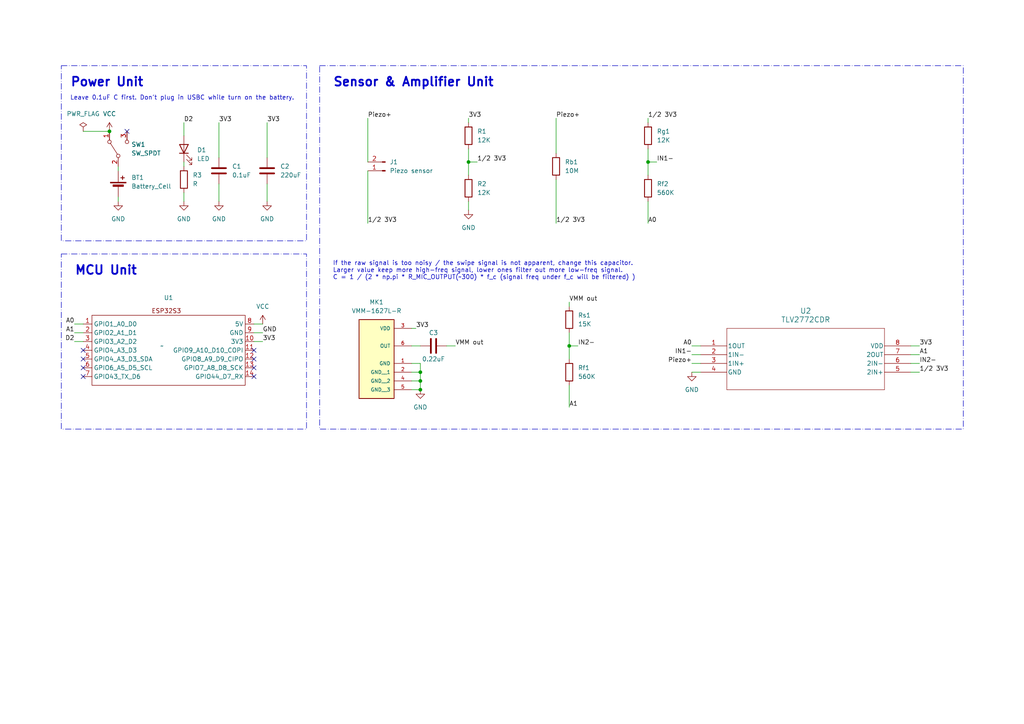
<source format=kicad_sch>
(kicad_sch (version 20230121) (generator eeschema)
  (paper "A4")
  (lib_symbols
    (symbol "Amplifier_Operational:TLV2772CDR" (pin_names (offset 0.254))
      (property "Reference" "U" (at 30.48 10.16 0))
      (property "Value" "TLV2772CDR" (at 30.48 7.62 0))
      (symbol "TLV2772CDR_0_1"
        (polyline (pts (xy 7.62 -12.7) (xy 53.34 -12.7)) (stroke (width 0.127)))
        (polyline (pts (xy 7.62 5.08) (xy 7.62 -12.7)) (stroke (width 0.127)))
        (polyline (pts (xy 53.34 -12.7) (xy 53.34 5.08)) (stroke (width 0.127)))
        (polyline (pts (xy 53.34 5.08) (xy 7.62 5.08)) (stroke (width 0.127)))
        (pin output line (at 0 0 0) (length 7.62) (name "1OUT") (number "1"))
        (pin input line (at 0 -2.54 0) (length 7.62) (name "1IN-") (number "2"))
        (pin input line (at 0 -5.08 0) (length 7.62) (name "1IN+") (number "3"))
        (pin power_in line (at 0 -7.62 0) (length 7.62) (name "GND") (number "4"))
        (pin input line (at 60.96 -7.62 180) (length 7.62) (name "2IN+") (number "5"))
        (pin input line (at 60.96 -5.08 180) (length 7.62) (name "2IN-") (number "6"))
        (pin output line (at 60.96 -2.54 180) (length 7.62) (name "2OUT") (number "7"))
        (pin power_in line (at 60.96 0 180) (length 7.62) (name "VDD") (number "8"))
      )
    )
    (symbol "Connector:Conn_01x02_Pin" (pin_names (offset 1.016) hide)
      (property "Reference" "J" (at 0 2.54 0))
      (property "Value" "Conn_01x02_Pin" (at 0 -5.08 0))
      (symbol "Conn_01x02_Pin_1_1"
        (polyline (pts (xy 1.27 -2.54) (xy 0.8636 -2.54)) (stroke (width 0.1524)))
        (polyline (pts (xy 1.27 0) (xy 0.8636 0)) (stroke (width 0.1524)))
        (rectangle (start 0.8636 -2.413) (end 0 -2.667) (stroke (width 0.1524)) (fill (type outline)))
        (rectangle (start 0.8636 0.127) (end 0 -0.127) (stroke (width 0.1524)) (fill (type outline)))
        (pin passive line (at 5.08 0 180) (length 3.81) (name "Pin_1") (number "1"))
        (pin passive line (at 5.08 -2.54 180) (length 3.81) (name "Pin_2") (number "2"))
      )
    )
    (symbol "Device:Battery_Cell" (pin_numbers hide) (pin_names (offset 0) hide)
      (property "Reference" "BT" (at 2.54 2.54 0))
      (property "Value" "Battery_Cell" (at 2.54 0 0))
      (symbol "Battery_Cell_0_1"
        (rectangle (start -2.286 1.778) (end 2.286 1.524) (fill (type outline)))
        (rectangle (start -1.524 1.016) (end 1.524 0.508) (fill (type outline)))
        (polyline (pts (xy 0 0.762) (xy 0 0)))
        (polyline (pts (xy 0 1.778) (xy 0 2.54)))
        (polyline (pts (xy 0.762 3.048) (xy 1.778 3.048)) (stroke (width 0.254)))
        (polyline (pts (xy 1.27 3.556) (xy 1.27 2.54)) (stroke (width 0.254)))
      )
      (symbol "Battery_Cell_1_1"
        (pin passive line (at 0 5.08 270) (length 2.54) (name "+") (number "1"))
        (pin passive line (at 0 -2.54 90) (length 2.54) (name "-") (number "2"))
      )
    )
    (symbol "Device:C" (pin_numbers hide) (pin_names (offset 0.254))
      (property "Reference" "C" (at 0.635 2.54 0))
      (property "Value" "C" (at 0.635 -2.54 0))
      (symbol "C_0_1"
        (polyline (pts (xy -2.032 -0.762) (xy 2.032 -0.762)) (stroke (width 0.508)))
        (polyline (pts (xy -2.032 0.762) (xy 2.032 0.762)) (stroke (width 0.508)))
      )
      (symbol "C_1_1"
        (pin passive line (at 0 3.81 270) (length 2.794) (name "~") (number "1"))
        (pin passive line (at 0 -3.81 90) (length 2.794) (name "~") (number "2"))
      )
    )
    (symbol "Device:LED" (pin_numbers hide) (pin_names (offset 1.016) hide)
      (property "Reference" "D" (at 0 2.54 0))
      (property "Value" "LED" (at 0 -2.54 0))
      (symbol "LED_0_1"
        (polyline (pts (xy -1.27 -1.27) (xy -1.27 1.27)) (stroke (width 0.254)))
        (polyline (pts (xy -1.27 0) (xy 1.27 0)))
        (polyline (pts (xy 1.27 -1.27) (xy 1.27 1.27) (xy -1.27 0) (xy 1.27 -1.27)) (stroke (width 0.254)))
        (polyline (pts (xy -3.048 -0.762) (xy -4.572 -2.286) (xy -3.81 -2.286) (xy -4.572 -2.286) (xy -4.572 -1.524)))
        (polyline (pts (xy -1.778 -0.762) (xy -3.302 -2.286) (xy -2.54 -2.286) (xy -3.302 -2.286) (xy -3.302 -1.524)))
      )
      (symbol "LED_1_1"
        (pin passive line (at -3.81 0 0) (length 2.54) (name "K") (number "1"))
        (pin passive line (at 3.81 0 180) (length 2.54) (name "A") (number "2"))
      )
    )
    (symbol "Device:R" (pin_numbers hide) (pin_names (offset 0))
      (property "Reference" "R" (at 2.032 0 90))
      (property "Value" "R" (at 0 0 90))
      (symbol "R_0_1"
        (rectangle (start -1.016 -2.54) (end 1.016 2.54) (stroke (width 0.254)))
      )
      (symbol "R_1_1"
        (pin passive line (at 0 3.81 270) (length 1.27) (name "~") (number "1"))
        (pin passive line (at 0 -3.81 90) (length 1.27) (name "~") (number "2"))
      )
    )
    (symbol "Sensor_Audio:VMM-1627L-R" (pin_names (offset 1.016))
      (property "Reference" "MK" (at -5.08 8.382 0))
      (property "Value" "VMM-1627L-R" (at -5.08 -17.78 0))
      (symbol "VMM-1627L-R_0_0"
        (rectangle (start -5.08 -15.24) (end 5.08 7.62) (stroke (width 0.254)) (fill (type background)))
        (pin power_in line (at 10.16 -5.08 180) (length 5.08) (name "GND") (number "1"))
        (pin power_in line (at 10.16 -7.62 180) (length 5.08) (name "GND__1") (number "2"))
        (pin power_in line (at 10.16 5.08 180) (length 5.08) (name "VDD") (number "3"))
        (pin power_in line (at 10.16 -10.16 180) (length 5.08) (name "GND__2") (number "4"))
        (pin power_in line (at 10.16 -12.7 180) (length 5.08) (name "GND__3") (number "5"))
        (pin output line (at 10.16 0 180) (length 5.08) (name "OUT") (number "6"))
      )
    )
    (symbol "Switch:SW_SPDT" (pin_names (offset 0) hide)
      (property "Reference" "SW" (at 0 4.318 0))
      (property "Value" "SW_SPDT" (at 0 -5.08 0))
      (symbol "SW_SPDT_0_0"
        (circle (center -2.032 0) (radius 0.508))
        (circle (center 2.032 -2.54) (radius 0.508))
      )
      (symbol "SW_SPDT_0_1"
        (polyline (pts (xy -1.524 0.254) (xy 1.651 2.286)))
        (circle (center 2.032 2.54) (radius 0.508))
      )
      (symbol "SW_SPDT_1_1"
        (pin passive line (at 5.08 2.54 180) (length 2.54) (name "A") (number "1"))
        (pin passive line (at -5.08 0 0) (length 2.54) (name "B") (number "2"))
        (pin passive line (at 5.08 -2.54 180) (length 2.54) (name "C") (number "3"))
      )
    )
    (symbol "XIAO:XIAO_ESP32_SENSE"
      (property "Reference" "U" (at 0 0 0))
      (symbol "XIAO_ESP32_SENSE_0_1"
        (polyline (pts (xy -20.32 8.89) (xy -20.32 -11.43) (xy 24.13 -11.43) (xy 24.13 8.89) (xy -20.32 8.89)))
      )
      (symbol "XIAO_ESP32_SENSE_1_1"
        (text "ESP32S3" (at 1.27 10.16 0) (effects (font (size 1.27 1.27))))
        (pin bidirectional line (at -22.86 6.35 0) (length 2.54) (name "GPIO1_A0_D0") (number "1"))
        (pin bidirectional line (at 26.67 1.27 180) (length 2.54) (name "3V3") (number "10"))
        (pin bidirectional line (at 26.67 -1.27 180) (length 2.54) (name "GPIO9_A10_D10_COPI") (number "11"))
        (pin bidirectional line (at 26.67 -3.81 180) (length 2.54) (name "GPIO8_A9_D9_CIPO") (number "12"))
        (pin bidirectional line (at 26.67 -6.35 180) (length 2.54) (name "GPIO7_A8_D8_SCK") (number "13"))
        (pin bidirectional line (at 26.67 -8.89 180) (length 2.54) (name "GPIO44_D7_RX") (number "14"))
        (pin bidirectional line (at -22.86 3.81 0) (length 2.54) (name "GPIO2_A1_D1") (number "2"))
        (pin bidirectional line (at -22.86 1.27 0) (length 2.54) (name "GPIO3_A2_D2") (number "3"))
        (pin bidirectional line (at -22.86 -1.27 0) (length 2.54) (name "GPIO4_A3_D3") (number "4"))
        (pin bidirectional line (at -22.86 -3.81 0) (length 2.54) (name "GPIO4_A3_D3_SDA") (number "5"))
        (pin bidirectional line (at -22.86 -6.35 0) (length 2.54) (name "GPIO6_A5_D5_SCL") (number "6"))
        (pin bidirectional line (at -22.86 -8.89 0) (length 2.54) (name "GPIO43_TX_D6") (number "7"))
        (pin bidirectional line (at 26.67 6.35 180) (length 2.54) (name "5V") (number "8"))
        (pin bidirectional line (at 26.67 3.81 180) (length 2.54) (name "GND") (number "9"))
      )
    )
    (symbol "power:GND" (power) (pin_names (offset 0))
      (property "Value" "GND" (at 0 -3.81 0))
      (symbol "GND_0_1"
        (polyline (pts (xy 0 0) (xy 0 -1.27) (xy 1.27 -1.27) (xy 0 -2.54) (xy -1.27 -1.27) (xy 0 -1.27)))
      )
      (symbol "GND_1_1"
        (pin power_in line (at 0 0 270) (length 0) hide (name "GND") (number "1"))
      )
    )
    (symbol "power:PWR_FLAG" (power) (pin_numbers hide) (pin_names (offset 0) hide)
      (property "Value" "PWR_FLAG" (at 0 3.81 0))
      (symbol "PWR_FLAG_0_0"
        (pin power_out line (at 0 0 90) (length 0) (name "pwr") (number "1"))
      )
      (symbol "PWR_FLAG_0_1"
        (polyline (pts (xy 0 0) (xy 0 1.27) (xy -1.016 1.905) (xy 0 2.54) (xy 1.016 1.905) (xy 0 1.27)))
      )
    )
    (symbol "power:VCC" (power) (pin_names (offset 0))
      (property "Value" "VCC" (at 0 3.81 0))
      (symbol "VCC_0_1"
        (polyline (pts (xy -0.762 1.27) (xy 0 2.54)))
        (polyline (pts (xy 0 0) (xy 0 2.54)))
        (polyline (pts (xy 0 2.54) (xy 0.762 1.27)))
      )
      (symbol "VCC_1_1"
        (pin power_in line (at 0 0 90) (length 0) hide (name "VCC") (number "1"))
      )
    )
  )
  (junction (at 187.96 46.99))
  (junction (at 165.1 100.33))
  (junction (at 121.92 107.95))
  (junction (at 31.75 38.1))
  (junction (at 121.92 113.03))
  (junction (at 135.89 46.99))
  (junction (at 121.92 110.49))
  (no_connect (at 24.13 106.68))
  (no_connect (at 73.66 106.68))
  (no_connect (at 24.13 101.6))
  (no_connect (at 24.13 109.22))
  (no_connect (at 36.83 38.1))
  (no_connect (at 73.66 109.22))
  (no_connect (at 24.13 104.14))
  (no_connect (at 73.66 104.14))
  (no_connect (at 73.66 101.6))
  (wire (pts (xy 119.38 95.25) (xy 120.65 95.25)))
  (wire (pts (xy 119.38 105.41) (xy 121.92 105.41)))
  (wire (pts (xy 121.92 105.41) (xy 121.92 107.95)))
  (wire (pts (xy 24.13 38.1) (xy 31.75 38.1)))
  (wire (pts (xy 73.66 93.98) (xy 76.2 93.98)))
  (wire (pts (xy 73.66 99.06) (xy 76.2 99.06)))
  (wire (pts (xy 135.89 58.42) (xy 135.89 60.96)))
  (wire (pts (xy 264.16 107.95) (xy 266.7 107.95)))
  (wire (pts (xy 106.68 49.53) (xy 106.68 64.77)))
  (wire (pts (xy 264.16 102.87) (xy 266.7 102.87)))
  (wire (pts (xy 53.34 55.88) (xy 53.34 58.42)))
  (wire (pts (xy 119.38 107.95) (xy 121.92 107.95)))
  (wire (pts (xy 165.1 87.63) (xy 165.1 88.9)))
  (wire (pts (xy 165.1 100.33) (xy 167.64 100.33)))
  (wire (pts (xy 187.96 46.99) (xy 190.5 46.99)))
  (wire (pts (xy 187.96 43.18) (xy 187.96 46.99)))
  (wire (pts (xy 77.47 53.34) (xy 77.47 58.42)))
  (wire (pts (xy 129.54 100.33) (xy 132.08 100.33)))
  (wire (pts (xy 264.16 100.33) (xy 266.7 100.33)))
  (wire (pts (xy 165.1 96.52) (xy 165.1 100.33)))
  (wire (pts (xy 63.5 53.34) (xy 63.5 58.42)))
  (wire (pts (xy 165.1 100.33) (xy 165.1 104.14)))
  (wire (pts (xy 200.66 105.41) (xy 203.2 105.41)))
  (wire (pts (xy 121.92 110.49) (xy 121.92 113.03)))
  (wire (pts (xy 161.29 34.29) (xy 161.29 44.45)))
  (wire (pts (xy 119.38 110.49) (xy 121.92 110.49)))
  (wire (pts (xy 63.5 35.56) (xy 63.5 45.72)))
  (wire (pts (xy 200.66 107.95) (xy 203.2 107.95)))
  (wire (pts (xy 34.29 57.15) (xy 34.29 58.42)))
  (wire (pts (xy 264.16 105.41) (xy 266.7 105.41)))
  (wire (pts (xy 53.34 35.56) (xy 53.34 39.37)))
  (wire (pts (xy 165.1 111.76) (xy 165.1 118.11)))
  (wire (pts (xy 73.66 96.52) (xy 76.2 96.52)))
  (wire (pts (xy 135.89 46.99) (xy 138.43 46.99)))
  (wire (pts (xy 34.29 49.53) (xy 34.29 48.26)))
  (wire (pts (xy 119.38 100.33) (xy 121.92 100.33)))
  (wire (pts (xy 200.66 100.33) (xy 203.2 100.33)))
  (wire (pts (xy 135.89 43.18) (xy 135.89 46.99)))
  (wire (pts (xy 21.59 96.52) (xy 24.13 96.52)))
  (wire (pts (xy 77.47 35.56) (xy 77.47 45.72)))
  (wire (pts (xy 106.68 34.29) (xy 106.68 46.99)))
  (wire (pts (xy 135.89 46.99) (xy 135.89 50.8)))
  (wire (pts (xy 135.89 34.29) (xy 135.89 35.56)))
  (wire (pts (xy 187.96 34.29) (xy 187.96 35.56)))
  (wire (pts (xy 187.96 58.42) (xy 187.96 64.77)))
  (wire (pts (xy 21.59 93.98) (xy 24.13 93.98)))
  (wire (pts (xy 200.66 102.87) (xy 203.2 102.87)))
  (wire (pts (xy 187.96 46.99) (xy 187.96 50.8)))
  (wire (pts (xy 53.34 46.99) (xy 53.34 48.26)))
  (wire (pts (xy 21.59 99.06) (xy 24.13 99.06)))
  (wire (pts (xy 161.29 52.07) (xy 161.29 64.77)))
  (wire (pts (xy 119.38 113.03) (xy 121.92 113.03)))
  (wire (pts (xy 121.92 107.95) (xy 121.92 110.49)))
  (rectangle (start 17.78 73.66) (end 88.9 124.46) (stroke (width 0) (type dash_dot)))
  (rectangle (start 92.71 19.05) (end 279.4 124.46) (stroke (width 0) (type dash_dot)))
  (rectangle (start 17.78 19.05) (end 88.9 69.85) (stroke (width 0) (type dash_dot)))
  (text "Power Unit" (at 20.32 25.4 0) (effects (font (size 2.54 2.54) (thickness 0.508) bold) (justify left bottom)))
  (text "Sensor & Amplifier Unit" (at 96.52 25.4 0) (effects (font (size 2.54 2.54) (thickness 0.508) bold) (justify left bottom)))
  (text "If the raw signal is too noisy / the swipe signal is not apparent, change this capacitor. \nLarger value keep more high-freq signal, lower ones filter out more low-freq signal.\nC = 1 / (2 * np.pi * R_MIC_OUTPUT(~300) * f_c (signal freq under f_c will be filtered) )\n" (at 96.52 81.28 0) (effects (font (size 1.27 1.27)) (justify left bottom)))
  (text "MCU Unit" (at 21.59 80.01 0) (effects (font (size 2.54 2.54) (thickness 0.508) bold) (justify left bottom)))
  (text "Leave 0.1uF C first. Don't plug in USBC while turn on the battery." (at 20.32 29.21 0) (effects (font (size 1.27 1.27)) (justify left bottom)))
  (label "3V3" (at 120.65 95.25 0))
  (label "GND" (at 76.2 96.52 0))
  (label "3V3" (at 76.2 99.06 0))
  (label "1{slash}2 3V3" (at 106.68 64.77 0))
  (label "A1" (at 165.1 118.11 0))
  (label "1{slash}2 3V3" (at 266.7 107.95 0))
  (label "3V3" (at 135.89 34.29 0))
  (label "IN1-" (at 200.66 102.87 180))
  (label "IN2-" (at 167.64 100.33 0))
  (label "1{slash}2 3V3" (at 138.43 46.99 0))
  (label "D2" (at 21.59 99.06 180))
  (label "IN2-" (at 266.7 105.41 0))
  (label "A1" (at 266.7 102.87 0))
  (label "1{slash}2 3V3" (at 187.96 34.29 0))
  (label "IN1-" (at 190.5 46.99 0))
  (label "A0" (at 200.66 100.33 180))
  (label "VMM out" (at 165.1 87.63 0))
  (label "Piezo+" (at 200.66 105.41 180))
  (label "1{slash}2 3V3" (at 161.29 64.77 0))
  (label "3V3" (at 266.7 100.33 0))
  (label "3V3" (at 63.5 35.56 0))
  (label "Piezo+" (at 106.68 34.29 0))
  (label "Piezo+" (at 161.29 34.29 0))
  (label "D2" (at 53.34 35.56 0))
  (label "A0" (at 187.96 64.77 0))
  (label "VMM out" (at 132.08 100.33 0))
  (label "A1" (at 21.59 96.52 180))
  (label "3V3" (at 77.47 35.56 0))
  (label "A0" (at 21.59 93.98 180))
  (symbol (lib_id "power:GND") (at 34.29 58.42 0) (unit 1)
    (property "Reference" "#PWR02" (effects hide))
    (property "Value" "GND" (at 34.29 63.5 0))
  )
  (symbol (lib_id "Connector:Conn_01x02_Pin") (at 111.76 49.53 180) (unit 1)
    (property "Reference" "J1" (at 113.03 46.99 0) (effects (justify right)))
    (property "Value" "Piezo sensor" (at 113.03 49.53 0) (effects (justify right)))
    (property "Footprint" "Connector_PinHeader_2.54mm:PinHeader_1x02_P2.54mm_Vertical" (effects hide))
  )
  (symbol (lib_id "Device:LED") (at 53.34 43.18 90) (unit 1)
    (property "Reference" "D1" (at 57.15 43.4975 90) (effects (justify right)))
    (property "Value" "LED" (at 57.15 46.0375 90) (effects (justify right)))
    (property "Footprint" "LED_THT:LED_D3.0mm" (effects hide))
  )
  (symbol (lib_id "power:VCC") (at 76.2 93.98 0) (unit 1)
    (property "Reference" "#PWR05" (effects hide))
    (property "Value" "VCC" (at 76.2 88.9 0))
  )
  (symbol (lib_id "Device:Battery_Cell") (at 34.29 54.61 0) (unit 1)
    (property "Reference" "BT1" (at 38.1 51.4985 0) (effects (justify left)))
    (property "Value" "Battery_Cell" (at 38.1 54.0385 0) (effects (justify left)))
    (property "Footprint" "Battery:BAT_1025-7" (effects hide))
  )
  (symbol (lib_id "Device:R") (at 187.96 54.61 0) (unit 1)
    (property "Reference" "Rf2" (at 190.5 53.34 0) (effects (justify left)))
    (property "Value" "560K" (at 190.5 55.88 0) (effects (justify left)))
    (property "Footprint" "Resistor_SMD:R_0805_2012Metric_Pad1.20x1.40mm_HandSolder" (effects hide))
  )
  (symbol (lib_id "Device:C") (at 77.47 49.53 0) (unit 1)
    (property "Reference" "C2" (at 81.28 48.26 0) (effects (justify left)))
    (property "Value" "220uF" (at 81.28 50.8 0) (effects (justify left)))
    (property "Footprint" "Capacitor_THT:300uF_laydown" (effects hide))
  )
  (symbol (lib_id "Device:R") (at 165.1 92.71 0) (unit 1)
    (property "Reference" "Rs1" (at 167.64 91.44 0) (effects (justify left)))
    (property "Value" "15K" (at 167.64 93.98 0) (effects (justify left)))
    (property "Footprint" "Resistor_SMD:R_0805_2012Metric_Pad1.20x1.40mm_HandSolder" (effects hide))
  )
  (symbol (lib_id "Device:R") (at 161.29 48.26 0) (unit 1)
    (property "Reference" "Rb1" (at 163.83 46.99 0) (effects (justify left)))
    (property "Value" "10M" (at 163.83 49.53 0) (effects (justify left)))
    (property "Footprint" "Resistor_SMD:R_0805_2012Metric_Pad1.20x1.40mm_HandSolder" (effects hide))
  )
  (symbol (lib_id "Switch:SW_SPDT") (at 34.29 43.18 90) (unit 1)
    (property "Reference" "SW1" (at 38.1 41.91 90) (effects (justify right)))
    (property "Value" "SW_SPDT" (at 38.1 44.45 90) (effects (justify right)))
    (property "Footprint" "Button_Switch_THT:SWITCH_THT_SPDT_11MA1QS1" (effects hide))
  )
  (symbol (lib_id "power:VCC") (at 31.75 38.1 0) (unit 1)
    (property "Reference" "#PWR01" (effects hide))
    (property "Value" "VCC" (at 31.75 33.02 0))
  )
  (symbol (lib_id "Device:C") (at 63.5 49.53 0) (unit 1)
    (property "Reference" "C1" (at 67.31 48.26 0) (effects (justify left)))
    (property "Value" "0.1uF" (at 67.31 50.8 0) (effects (justify left)))
    (property "Footprint" "Capacitor_SMD:C_0805_2012Metric_Pad1.18x1.45mm_HandSolder" (effects hide))
  )
  (symbol (lib_id "power:GND") (at 77.47 58.42 0) (unit 1)
    (property "Reference" "#PWR04" (effects hide))
    (property "Value" "GND" (at 77.47 63.5 0))
  )
  (symbol (lib_id "power:GND") (at 53.34 58.42 0) (unit 1)
    (property "Reference" "#PWR09" (effects hide))
    (property "Value" "GND" (at 53.34 63.5 0))
  )
  (symbol (lib_id "power:GND") (at 63.5 58.42 0) (unit 1)
    (property "Reference" "#PWR03" (effects hide))
    (property "Value" "GND" (at 63.5 63.5 0))
  )
  (symbol (lib_id "power:GND") (at 200.66 107.95 0) (unit 1)
    (property "Reference" "#PWR08" (effects hide))
    (property "Value" "GND" (at 200.66 113.03 0))
  )
  (symbol (lib_id "Device:R") (at 53.34 52.07 0) (unit 1)
    (property "Reference" "R3" (at 55.88 50.8 0) (effects (justify left)))
    (property "Value" "R" (at 55.88 53.34 0) (effects (justify left)))
    (property "Footprint" "Capacitor_SMD:C_0805_2012Metric_Pad1.18x1.45mm_HandSolder" (effects hide))
  )
  (symbol (lib_id "Device:R") (at 135.89 54.61 0) (unit 1)
    (property "Reference" "R2" (at 138.43 53.34 0) (effects (justify left)))
    (property "Value" "12K" (at 138.43 55.88 0) (effects (justify left)))
    (property "Footprint" "Resistor_SMD:R_0805_2012Metric_Pad1.20x1.40mm_HandSolder" (effects hide))
  )
  (symbol (lib_id "Device:C") (at 125.73 100.33 90) (unit 1)
    (property "Reference" "C3" (at 125.73 96.52 90))
    (property "Value" "0.22uF" (at 125.73 104.14 90))
    (property "Footprint" "Capacitor_SMD:C_0805_2012Metric_Pad1.18x1.45mm_HandSolder" (effects hide))
  )
  (symbol (lib_id "Device:R") (at 165.1 107.95 0) (unit 1)
    (property "Reference" "Rf1" (at 167.64 106.68 0) (effects (justify left)))
    (property "Value" "560K" (at 167.64 109.22 0) (effects (justify left)))
    (property "Footprint" "Resistor_SMD:R_0805_2012Metric_Pad1.20x1.40mm_HandSolder" (effects hide))
  )
  (symbol (lib_id "XIAO:XIAO_ESP32_SENSE") (at 46.99 100.33 0) (unit 1)
    (property "Reference" "U1" (at 48.895 86.36 0))
    (property "Value" "~" (at 46.99 100.33 0))
    (property "Footprint" "XIAO ESP32 THT:XIAO_SMD" (effects hide))
  )
  (symbol (lib_id "power:GND") (at 121.92 113.03 0) (unit 1)
    (property "Reference" "#PWR06" (effects hide))
    (property "Value" "GND" (at 121.92 118.11 0))
  )
  (symbol (lib_id "Sensor_Audio:VMM-1627L-R") (at 109.22 100.33 0) (unit 1)
    (property "Reference" "MK1" (at 109.22 87.63 0))
    (property "Value" "VMM-1627L-R" (at 109.22 90.17 0))
    (property "Footprint" "Sensor_Audio:MIC_VMM-1627L-R" (effects hide))
    (property "PARTREV" "A" (effects hide))
    (property "STANDARD" "Manufacturer Recommendations" (effects hide))
    (property "MAXIMUM_PACKAGE_HEIGHT" "1.65mm" (effects hide))
    (property "MANUFACTURER" "PUI Audio" (effects hide))
  )
  (symbol (lib_id "power:GND") (at 135.89 60.96 0) (unit 1)
    (property "Reference" "#PWR07" (effects hide))
    (property "Value" "GND" (at 135.89 66.04 0))
  )
  (symbol (lib_id "power:PWR_FLAG") (at 24.13 38.1 0) (unit 1)
    (property "Reference" "#FLG01" (effects hide))
    (property "Value" "PWR_FLAG" (at 24.13 33.02 0))
  )
  (symbol (lib_id "Amplifier_Operational:TLV2772CDR") (at 203.2 100.33 0) (unit 1)
    (property "Reference" "U2" (at 233.68 90.17 0) (effects (font (size 1.524 1.524))))
    (property "Value" "TLV2772CDR" (at 233.68 92.71 0) (effects (font (size 1.524 1.524))))
    (property "Footprint" "op_amp:TLV2772CDR" (effects hide))
    (property "Datasheet" "TLV2772CDR" (effects hide))
  )
  (symbol (lib_id "Device:R") (at 135.89 39.37 0) (unit 1)
    (property "Reference" "R1" (at 138.43 38.1 0) (effects (justify left)))
    (property "Value" "12K" (at 138.43 40.64 0) (effects (justify left)))
    (property "Footprint" "Resistor_SMD:R_0805_2012Metric_Pad1.20x1.40mm_HandSolder" (effects hide))
  )
  (symbol (lib_id "Device:R") (at 187.96 39.37 0) (unit 1)
    (property "Reference" "Rg1" (at 190.5 38.1 0) (effects (justify left)))
    (property "Value" "12K" (at 190.5 40.64 0) (effects (justify left)))
    (property "Footprint" "Resistor_SMD:R_0805_2012Metric_Pad1.20x1.40mm_HandSolder" (effects hide))
  )
)
</source>
